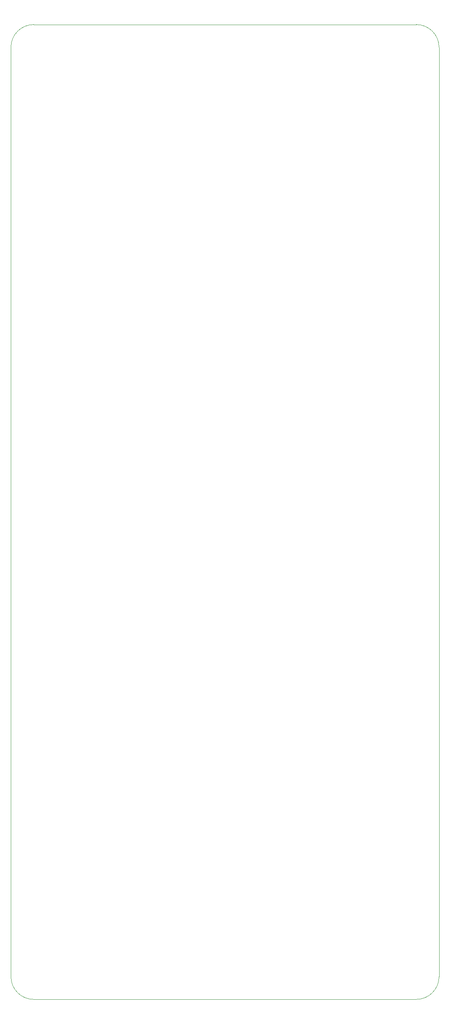
<source format=gbr>
%TF.GenerationSoftware,KiCad,Pcbnew,8.0.7*%
%TF.CreationDate,2024-12-27T14:43:48-05:00*%
%TF.ProjectId,rp2040-programmer-calculator,72703230-3430-42d7-9072-6f6772616d6d,rev?*%
%TF.SameCoordinates,Original*%
%TF.FileFunction,Profile,NP*%
%FSLAX46Y46*%
G04 Gerber Fmt 4.6, Leading zero omitted, Abs format (unit mm)*
G04 Created by KiCad (PCBNEW 8.0.7) date 2024-12-27 14:43:48*
%MOMM*%
%LPD*%
G01*
G04 APERTURE LIST*
%TA.AperFunction,Profile*%
%ADD10C,0.100000*%
%TD*%
G04 APERTURE END LIST*
D10*
X39000000Y-226000000D02*
X39000000Y-22000000D01*
X128000000Y-231000000D02*
X44000000Y-231000000D01*
X133000000Y-226000000D02*
G75*
G02*
X128000000Y-231000000I-5000000J0D01*
G01*
X39000000Y-22000000D02*
G75*
G02*
X44000000Y-17000000I5000000J0D01*
G01*
X44000000Y-231000000D02*
G75*
G02*
X39000000Y-226000000I0J5000000D01*
G01*
X128000000Y-17000000D02*
X44000000Y-17000000D01*
X133000000Y-226000000D02*
X133000000Y-22000000D01*
X128000000Y-17000000D02*
G75*
G02*
X133000000Y-22000000I0J-5000000D01*
G01*
M02*

</source>
